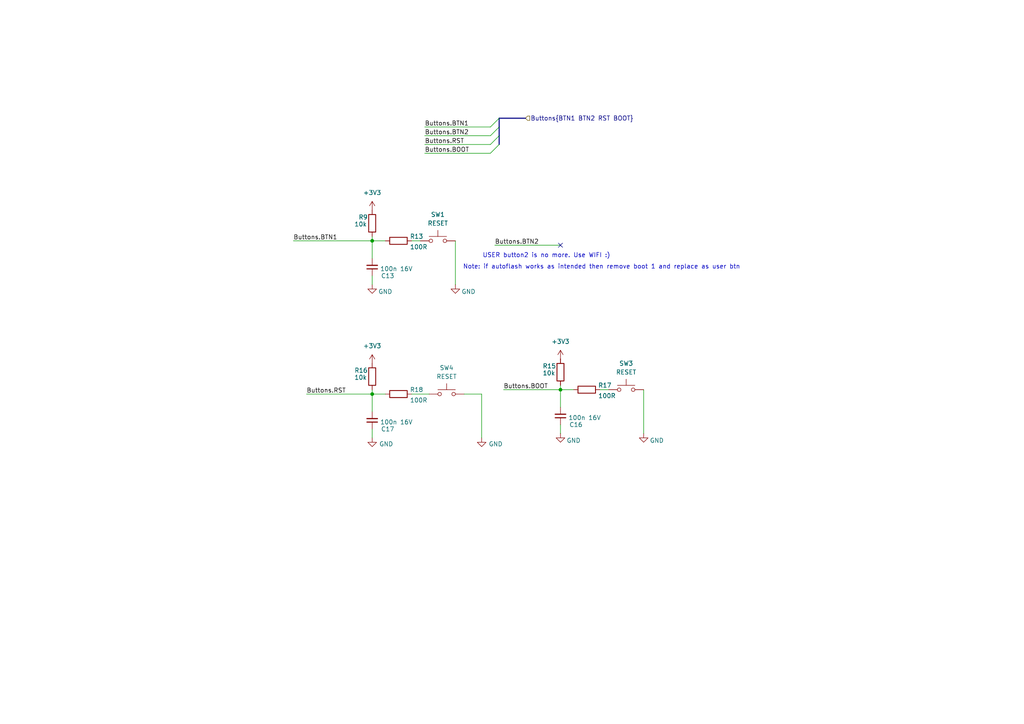
<source format=kicad_sch>
(kicad_sch (version 20231120) (generator "eeschema") (generator_version "8.0")
  (paper "A4")
  (title_block (title "Buttons") (date "2025-02-04") (rev "A") (company "Artem Horiunov") (comment 1 "DESIGNED IN POLAND"))
  (lib_symbols
    (symbol "Device:C_Small" (pin_numbers hide) (pin_names (offset 0.254) hide)
      (property "Reference" "C" (at 0.254 1.778 0))
      (property "Value" "C_Small" (at 0.254 -2.032 0))
      (symbol "C_Small_0_1"
        (polyline (pts (xy -1.524 -0.508) (xy 1.524 -0.508)) (stroke (width 0.3302)))
        (polyline (pts (xy -1.524 0.508) (xy 1.524 0.508)) (stroke (width 0.3048)))
      )
      (symbol "C_Small_1_1"
        (pin passive line (at 0 2.54 270) (length 2.032) (name "~") (number "1"))
        (pin passive line (at 0 -2.54 90) (length 2.032) (name "~") (number "2"))
      )
    )
    (symbol "Device:R" (pin_numbers hide) (pin_names (offset 0))
      (property "Reference" "R" (at 2.032 0 90))
      (property "Value" "R" (at 0 0 90))
      (symbol "R_0_1"
        (rectangle (start -1.016 -2.54) (end 1.016 2.54) (stroke (width 0.254)))
      )
      (symbol "R_1_1"
        (pin passive line (at 0 3.81 270) (length 1.27) (name "~") (number "1"))
        (pin passive line (at 0 -3.81 90) (length 1.27) (name "~") (number "2"))
      )
    )
    (symbol "Switch:SW_Push" (pin_numbers hide) (pin_names (offset 1.016) hide)
      (property "Reference" "SW" (at 1.27 2.54 0))
      (property "Value" "SW_Push" (at 0 -1.524 0))
      (symbol "SW_Push_0_1"
        (circle (center -2.032 0) (radius 0.508))
        (polyline (pts (xy 0 1.27) (xy 0 3.048)))
        (polyline (pts (xy 2.54 1.27) (xy -2.54 1.27)))
        (circle (center 2.032 0) (radius 0.508))
        (pin passive line (at -5.08 0 0) (length 2.54) (name "1") (number "1"))
        (pin passive line (at 5.08 0 180) (length 2.54) (name "2") (number "2"))
      )
    )
    (symbol "power:+3V3" (power) (pin_numbers hide) (pin_names (offset 0) hide)
      (property "Value" "+3V3" (at 0 3.556 0))
      (symbol "+3V3_0_1"
        (polyline (pts (xy -0.762 1.27) (xy 0 2.54)))
        (polyline (pts (xy 0 0) (xy 0 2.54)))
        (polyline (pts (xy 0 2.54) (xy 0.762 1.27)))
      )
      (symbol "+3V3_1_1"
        (pin power_in line (at 0 0 90) (length 0) (name "~") (number "1"))
      )
    )
    (symbol "power:GND" (power) (pin_numbers hide) (pin_names (offset 0) hide)
      (property "Value" "GND" (at 0 -3.81 0))
      (symbol "GND_0_1"
        (polyline (pts (xy 0 0) (xy 0 -1.27) (xy 1.27 -1.27) (xy 0 -2.54) (xy -1.27 -1.27) (xy 0 -1.27)))
      )
      (symbol "GND_1_1"
        (pin power_in line (at 0 0 270) (length 0) (name "~") (number "1"))
      )
    )
  )
  (junction (at 107.95 69.85))
  (junction (at 162.56 113.03))
  (junction (at 107.95 114.3))
  (no_connect (at 162.56 71.12))
  (bus_entry (at 144.78 39.37) (size -2.54 2.54))
  (bus_entry (at 144.78 41.91) (size -2.54 2.54))
  (bus_entry (at 144.78 36.83) (size -2.54 2.54))
  (bus_entry (at 144.78 34.29) (size -2.54 2.54))
  (wire (pts (xy 107.95 80.01) (xy 107.95 82.55)))
  (wire (pts (xy 162.56 113.03) (xy 166.37 113.03)))
  (wire (pts (xy 123.19 44.45) (xy 142.24 44.45)))
  (bus (pts (xy 152.4 34.29) (xy 144.78 34.29)))
  (wire (pts (xy 107.95 124.46) (xy 107.95 127)))
  (bus (pts (xy 144.78 39.37) (xy 144.78 41.91)))
  (wire (pts (xy 173.99 113.03) (xy 176.53 113.03)))
  (wire (pts (xy 123.19 41.91) (xy 142.24 41.91)))
  (wire (pts (xy 88.9 114.3) (xy 107.95 114.3)))
  (wire (pts (xy 119.38 69.85) (xy 121.92 69.85)))
  (wire (pts (xy 107.95 114.3) (xy 107.95 119.38)))
  (wire (pts (xy 85.09 69.85) (xy 107.95 69.85)))
  (bus (pts (xy 144.78 34.29) (xy 144.78 36.83)))
  (wire (pts (xy 146.05 113.03) (xy 162.56 113.03)))
  (wire (pts (xy 119.38 114.3) (xy 124.46 114.3)))
  (wire (pts (xy 139.7 114.3) (xy 134.62 114.3)))
  (wire (pts (xy 162.56 113.03) (xy 162.56 118.11)))
  (wire (pts (xy 107.95 68.58) (xy 107.95 69.85)))
  (wire (pts (xy 139.7 114.3) (xy 139.7 127)))
  (wire (pts (xy 162.56 123.19) (xy 162.56 125.73)))
  (wire (pts (xy 132.08 69.85) (xy 132.08 82.55)))
  (wire (pts (xy 186.69 113.03) (xy 186.69 125.73)))
  (wire (pts (xy 123.19 39.37) (xy 142.24 39.37)))
  (bus (pts (xy 144.78 36.83) (xy 144.78 39.37)))
  (wire (pts (xy 143.51 71.12) (xy 162.56 71.12)))
  (wire (pts (xy 107.95 69.85) (xy 107.95 74.93)))
  (wire (pts (xy 107.95 113.03) (xy 107.95 114.3)))
  (wire (pts (xy 123.19 36.83) (xy 142.24 36.83)))
  (wire (pts (xy 107.95 69.85) (xy 111.76 69.85)))
  (wire (pts (xy 107.95 114.3) (xy 111.76 114.3)))
  (wire (pts (xy 162.56 111.76) (xy 162.56 113.03)))
  (text "USER button2 is no more. Use WIFI :)" (at 158.496 74.168 0) (effects (font (size 1.27 1.27))))
  (text "Note: if autoflash works as intended then remove boot 1 and replace as user btn" (at 174.498 77.47 0) (effects (font (size 1.27 1.27))))
  (label "Buttons.BTN1" (at 85.09 69.85 0))
  (label "Buttons.BTN1" (at 123.19 36.83 0))
  (label "Buttons.BTN2" (at 123.19 39.37 0))
  (label "Buttons.RST" (at 88.9 114.3 0))
  (label "Buttons.BTN2" (at 143.51 71.12 0))
  (label "Buttons.RST" (at 123.19 41.91 0))
  (label "Buttons.BOOT" (at 146.05 113.03 0))
  (label "Buttons.BOOT" (at 123.19 44.45 0))
  (hierarchical_label "Buttons{BTN1 BTN2 RST BOOT}" (shape input) (at 152.4 34.29 0))
  (symbol (lib_id "Device:R") (at 107.95 109.22 0) (unit 1)
    (property "Reference" "R16" (at 106.68 107.442 0) (effects (justify right)))
    (property "Value" "10k" (at 106.426 109.474 0) (effects (justify right)))
    (property "Footprint" "Resistor_SMD:R_0402_1005Metric" (effects (hide yes)))
    (property "Description" "Resistor" (effects (hide yes)))
  )
  (symbol (lib_id "Device:R") (at 115.57 69.85 90) (unit 1)
    (property "Reference" "R13" (at 118.872 68.58 90) (effects (justify right)))
    (property "Value" "100R" (at 118.872 71.628 90) (effects (justify right)))
    (property "Footprint" "Resistor_SMD:R_0402_1005Metric" (effects (hide yes)))
    (property "Description" "Resistor" (effects (hide yes)))
  )
  (symbol (lib_id "Switch:SW_Push") (at 181.61 113.03 0) (unit 1)
    (property "Reference" "SW3" (at 181.61 105.41 0))
    (property "Value" "RESET" (at 181.61 107.95 0))
    (property "Footprint" "Button_Switch_SMD:SW_Tactile_SPST_NO_Straight_CK_PTS636Sx25SMTRLFS" (effects (hide yes)))
    (property "Description" "Push button switch, generic, two pins" (effects (hide yes)))
    (property "LCSC" " C2888954" (effects (hide yes)))
    (property "MPN" "TSB008A2530A" (effects (hide yes)))
  )
  (symbol (lib_id "Device:R") (at 170.18 113.03 90) (unit 1)
    (property "Reference" "R17" (at 173.482 111.76 90) (effects (justify right)))
    (property "Value" "100R" (at 173.482 114.808 90) (effects (justify right)))
    (property "Footprint" "Resistor_SMD:R_0402_1005Metric" (effects (hide yes)))
    (property "Description" "Resistor" (effects (hide yes)))
  )
  (symbol (lib_id "power:+3V3") (at 107.95 105.41 0) (unit 1)
    (property "Reference" "#PWR030" (effects (hide yes)))
    (property "Value" "+3V3" (at 107.95 100.33 0))
    (property "Description" "Power symbol creates a global label with name \"+3V3\"" (effects (hide yes)))
  )
  (symbol (lib_id "Device:R") (at 162.56 107.95 0) (unit 1)
    (property "Reference" "R15" (at 161.29 106.172 0) (effects (justify right)))
    (property "Value" "10k" (at 161.036 108.204 0) (effects (justify right)))
    (property "Footprint" "Resistor_SMD:R_0402_1005Metric" (effects (hide yes)))
    (property "Description" "Resistor" (effects (hide yes)))
  )
  (symbol (lib_id "power:+3V3") (at 162.56 104.14 0) (unit 1)
    (property "Reference" "#PWR033" (effects (hide yes)))
    (property "Value" "+3V3" (at 162.56 99.06 0))
    (property "Description" "Power symbol creates a global label with name \"+3V3\"" (effects (hide yes)))
  )
  (symbol (lib_id "power:GND") (at 186.69 125.73 0) (unit 1)
    (property "Reference" "#PWR044" (effects (hide yes)))
    (property "Value" "GND" (at 190.5 127.762 0))
    (property "Description" "Power symbol creates a global label with name \"GND\" , ground" (effects (hide yes)))
  )
  (symbol (lib_id "Switch:SW_Push") (at 127 69.85 0) (unit 1)
    (property "Reference" "SW1" (at 127 62.23 0))
    (property "Value" "RESET" (at 127 64.77 0))
    (property "Footprint" "Button_Switch_SMD:SW_Tactile_SPST_NO_Straight_CK_PTS636Sx25SMTRLFS" (effects (hide yes)))
    (property "Description" "Push button switch, generic, two pins" (effects (hide yes)))
    (property "LCSC" " C2888954" (effects (hide yes)))
    (property "MPN" "TSB008A2530A" (effects (hide yes)))
  )
  (symbol (lib_id "power:GND") (at 132.08 82.55 0) (unit 1)
    (property "Reference" "#PWR032" (effects (hide yes)))
    (property "Value" "GND" (at 135.89 84.582 0))
    (property "Description" "Power symbol creates a global label with name \"GND\" , ground" (effects (hide yes)))
  )
  (symbol (lib_id "power:GND") (at 139.7 127 0) (unit 1)
    (property "Reference" "#PWR046" (effects (hide yes)))
    (property "Value" "GND" (at 143.764 128.778 0))
    (property "Description" "Power symbol creates a global label with name \"GND\" , ground" (effects (hide yes)))
  )
  (symbol (lib_id "power:GND") (at 162.56 125.73 0) (unit 1)
    (property "Reference" "#PWR043" (effects (hide yes)))
    (property "Value" "GND" (at 166.37 127.762 0))
    (property "Description" "Power symbol creates a global label with name \"GND\" , ground" (effects (hide yes)))
  )
  (symbol (lib_id "Switch:SW_Push") (at 129.54 114.3 0) (unit 1)
    (property "Reference" "SW4" (at 129.54 106.68 0))
    (property "Value" "RESET" (at 129.54 109.22 0))
    (property "Footprint" "Button_Switch_SMD:SW_Tactile_SPST_NO_Straight_CK_PTS636Sx25SMTRLFS" (effects (hide yes)))
    (property "Description" "Push button switch, generic, two pins" (effects (hide yes)))
    (property "LCSC" " C2888954" (effects (hide yes)))
    (property "MPN" "TSB008A2530A" (effects (hide yes)))
  )
  (symbol (lib_id "Device:R") (at 115.57 114.3 90) (unit 1)
    (property "Reference" "R18" (at 118.872 113.03 90) (effects (justify right)))
    (property "Value" "100R" (at 118.872 116.078 90) (effects (justify right)))
    (property "Footprint" "Resistor_SMD:R_0402_1005Metric" (effects (hide yes)))
    (property "Description" "Resistor" (effects (hide yes)))
  )
  (symbol (lib_id "power:+3V3") (at 107.95 60.96 0) (unit 1)
    (property "Reference" "#PWR029" (effects (hide yes)))
    (property "Value" "+3V3" (at 107.95 55.88 0))
    (property "Description" "Power symbol creates a global label with name \"+3V3\"" (effects (hide yes)))
  )
  (symbol (lib_id "Device:C_Small") (at 107.95 121.92 0) (mirror x) (unit 1)
    (property "Reference" "C17" (at 110.49 124.46 0) (effects (justify left)))
    (property "Value" "100n 16V" (at 110.236 122.428 0) (effects (justify left)))
    (property "Footprint" "Capacitor_SMD:C_0402_1005Metric" (effects (hide yes)))
    (property "Description" "Unpolarized capacitor, small symbol" (effects (hide yes)))
  )
  (symbol (lib_id "Device:R") (at 107.95 64.77 0) (unit 1)
    (property "Reference" "R9" (at 106.68 62.992 0) (effects (justify right)))
    (property "Value" "10k" (at 106.426 65.024 0) (effects (justify right)))
    (property "Footprint" "Resistor_SMD:R_0402_1005Metric" (effects (hide yes)))
    (property "Description" "Resistor" (effects (hide yes)))
  )
  (symbol (lib_id "power:GND") (at 107.95 82.55 0) (unit 1)
    (property "Reference" "#PWR031" (effects (hide yes)))
    (property "Value" "GND" (at 111.76 84.582 0))
    (property "Description" "Power symbol creates a global label with name \"GND\" , ground" (effects (hide yes)))
  )
  (symbol (lib_id "Device:C_Small") (at 107.95 77.47 0) (mirror x) (unit 1)
    (property "Reference" "C13" (at 110.49 80.01 0) (effects (justify left)))
    (property "Value" "100n 16V" (at 110.236 77.978 0) (effects (justify left)))
    (property "Footprint" "Capacitor_SMD:C_0402_1005Metric" (effects (hide yes)))
    (property "Description" "Unpolarized capacitor, small symbol" (effects (hide yes)))
  )
  (symbol (lib_id "power:GND") (at 107.95 127 0) (unit 1)
    (property "Reference" "#PWR045" (effects (hide yes)))
    (property "Value" "GND" (at 112.014 128.778 0))
    (property "Description" "Power symbol creates a global label with name \"GND\" , ground" (effects (hide yes)))
  )
  (symbol (lib_id "Device:C_Small") (at 162.56 120.65 0) (mirror x) (unit 1)
    (property "Reference" "C16" (at 165.1 123.19 0) (effects (justify left)))
    (property "Value" "100n 16V" (at 164.846 121.158 0) (effects (justify left)))
    (property "Footprint" "Capacitor_SMD:C_0402_1005Metric" (effects (hide yes)))
    (property "Description" "Unpolarized capacitor, small symbol" (effects (hide yes)))
  )
)
</source>
